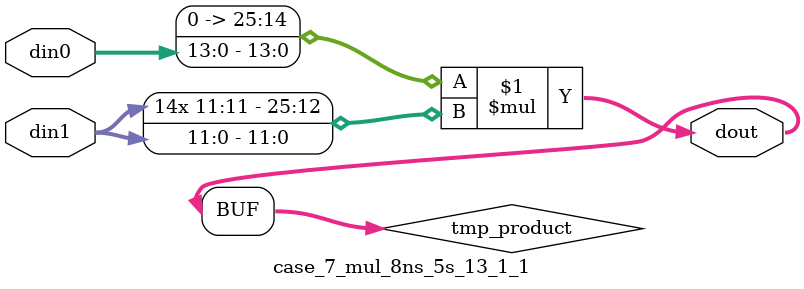
<source format=v>

`timescale 1 ns / 1 ps

 (* use_dsp = "no" *)  module case_7_mul_8ns_5s_13_1_1(din0, din1, dout);
parameter ID = 1;
parameter NUM_STAGE = 0;
parameter din0_WIDTH = 14;
parameter din1_WIDTH = 12;
parameter dout_WIDTH = 26;

input [din0_WIDTH - 1 : 0] din0; 
input [din1_WIDTH - 1 : 0] din1; 
output [dout_WIDTH - 1 : 0] dout;

wire signed [dout_WIDTH - 1 : 0] tmp_product;

























assign tmp_product = $signed({1'b0, din0}) * $signed(din1);










assign dout = tmp_product;





















endmodule

</source>
